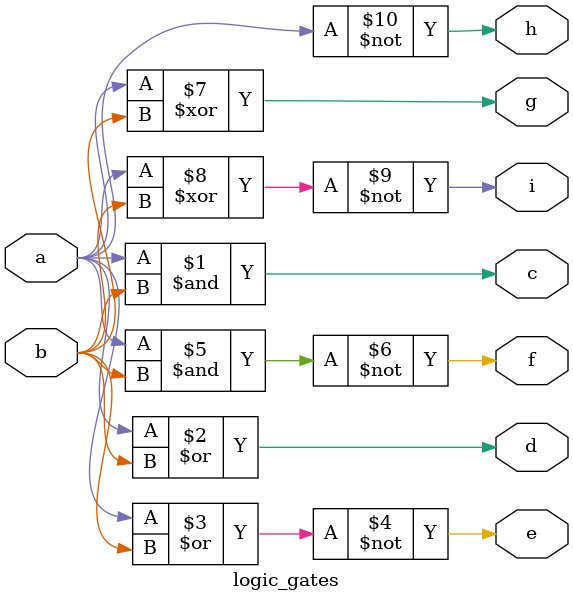
<source format=v>
module logic_gates(a,b,c,d,e,f,g,h,i);
    
    input  a,b;
    output c,d,e,f,g,h,i;
  
    and(c,a,b);
    or(d,a,b);
    nor(e,a,b);
    nand(f,a,b);
    xor(g,a,b);
    not(h,a);
    xnor(i,a,b);
  
    endmodule

</source>
